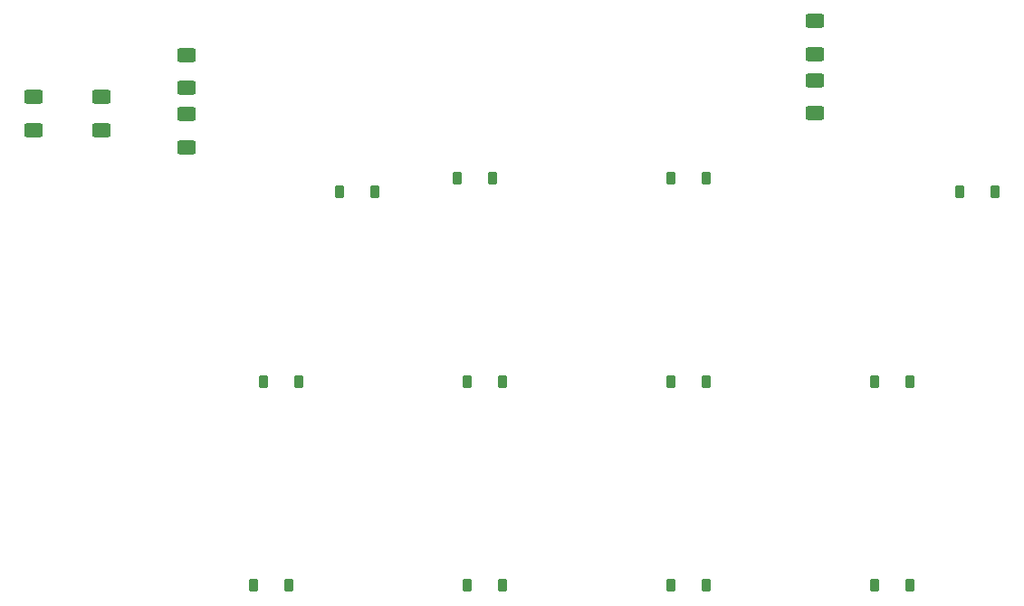
<source format=gbp>
G04 #@! TF.GenerationSoftware,KiCad,Pcbnew,7.0.9*
G04 #@! TF.CreationDate,2024-01-16T00:29:48+00:00*
G04 #@! TF.ProjectId,AryA-Macropad,41727941-2d4d-4616-9372-6f7061642e6b,1.0*
G04 #@! TF.SameCoordinates,Original*
G04 #@! TF.FileFunction,Paste,Bot*
G04 #@! TF.FilePolarity,Positive*
%FSLAX46Y46*%
G04 Gerber Fmt 4.6, Leading zero omitted, Abs format (unit mm)*
G04 Created by KiCad (PCBNEW 7.0.9) date 2024-01-16 00:29:48*
%MOMM*%
%LPD*%
G01*
G04 APERTURE LIST*
G04 Aperture macros list*
%AMRoundRect*
0 Rectangle with rounded corners*
0 $1 Rounding radius*
0 $2 $3 $4 $5 $6 $7 $8 $9 X,Y pos of 4 corners*
0 Add a 4 corners polygon primitive as box body*
4,1,4,$2,$3,$4,$5,$6,$7,$8,$9,$2,$3,0*
0 Add four circle primitives for the rounded corners*
1,1,$1+$1,$2,$3*
1,1,$1+$1,$4,$5*
1,1,$1+$1,$6,$7*
1,1,$1+$1,$8,$9*
0 Add four rect primitives between the rounded corners*
20,1,$1+$1,$2,$3,$4,$5,0*
20,1,$1+$1,$4,$5,$6,$7,0*
20,1,$1+$1,$6,$7,$8,$9,0*
20,1,$1+$1,$8,$9,$2,$3,0*%
G04 Aperture macros list end*
%ADD10RoundRect,0.250000X-0.625000X0.400000X-0.625000X-0.400000X0.625000X-0.400000X0.625000X0.400000X0*%
%ADD11RoundRect,0.225000X0.225000X0.375000X-0.225000X0.375000X-0.225000X-0.375000X0.225000X-0.375000X0*%
%ADD12RoundRect,0.250000X0.625000X-0.400000X0.625000X0.400000X-0.625000X0.400000X-0.625000X-0.400000X0*%
G04 APERTURE END LIST*
D10*
X165100000Y-68300000D03*
X165100000Y-71400000D03*
D11*
X154940000Y-115570000D03*
X151640000Y-115570000D03*
X154940000Y-77470000D03*
X151640000Y-77470000D03*
X135890000Y-115570000D03*
X132590000Y-115570000D03*
X123950000Y-78740000D03*
X120650000Y-78740000D03*
X154940000Y-96520000D03*
X151640000Y-96520000D03*
D12*
X106362500Y-69018750D03*
X106362500Y-65918750D03*
X92075000Y-72987500D03*
X92075000Y-69887500D03*
X98425000Y-72987500D03*
X98425000Y-69887500D03*
D11*
X115950000Y-115570000D03*
X112650000Y-115570000D03*
X173990000Y-96520000D03*
X170690000Y-96520000D03*
X135000000Y-77470000D03*
X131700000Y-77470000D03*
X116840000Y-96520000D03*
X113540000Y-96520000D03*
X135890000Y-96520000D03*
X132590000Y-96520000D03*
D10*
X165100000Y-62743750D03*
X165100000Y-65843750D03*
D12*
X106362500Y-74575000D03*
X106362500Y-71475000D03*
D11*
X181990000Y-78740000D03*
X178690000Y-78740000D03*
X173990000Y-115570000D03*
X170690000Y-115570000D03*
M02*

</source>
